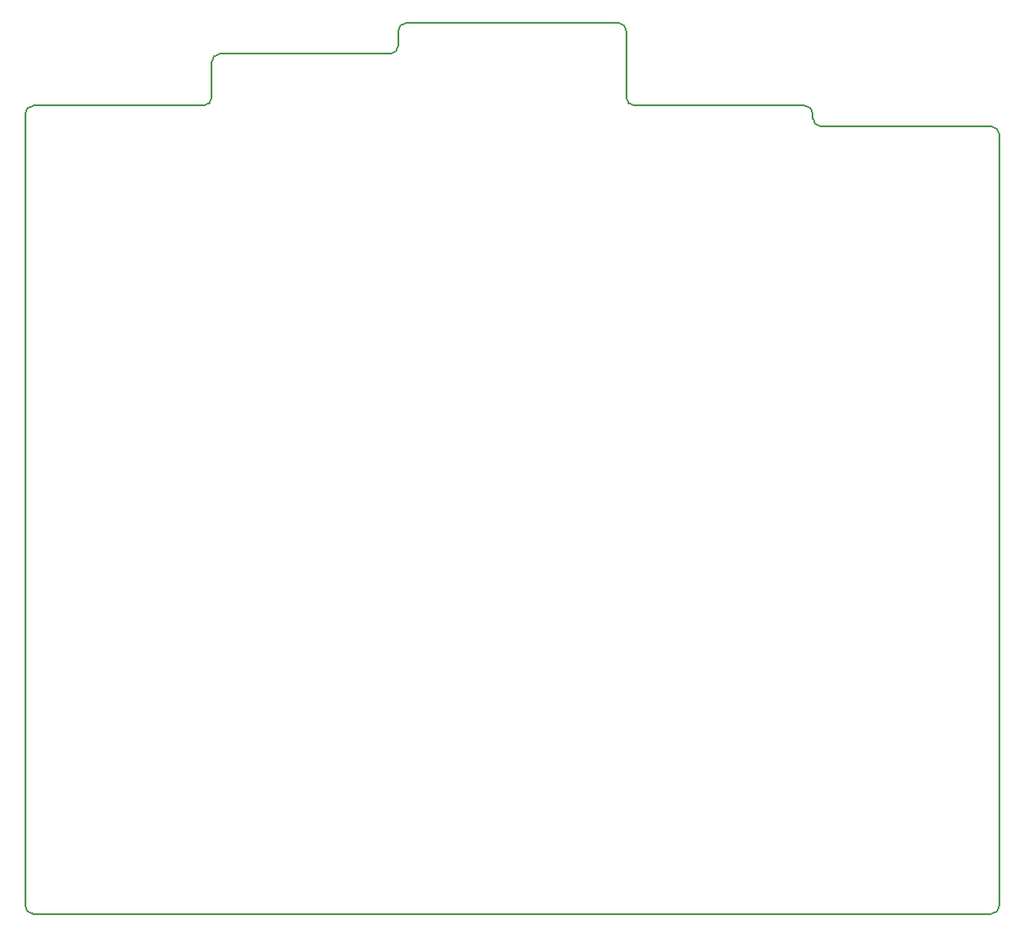
<source format=gbr>
%TF.GenerationSoftware,KiCad,Pcbnew,8.0.4*%
%TF.CreationDate,2024-08-16T23:39:30+08:00*%
%TF.ProjectId,board,626f6172-642e-46b6-9963-61645f706362,v1.0.0*%
%TF.SameCoordinates,Original*%
%TF.FileFunction,Profile,NP*%
%FSLAX46Y46*%
G04 Gerber Fmt 4.6, Leading zero omitted, Abs format (unit mm)*
G04 Created by KiCad (PCBNEW 8.0.4) date 2024-08-16 23:39:30*
%MOMM*%
%LPD*%
G01*
G04 APERTURE LIST*
%TA.AperFunction,Profile*%
%ADD10C,0.150000*%
%TD*%
G04 APERTURE END LIST*
D10*
X181200000Y-110000000D02*
X164800000Y-110000000D01*
X182000000Y-109200000D02*
G75*
G02*
X181200000Y-110000000I-800000J0D01*
G01*
X222800000Y-110000000D02*
G75*
G02*
X222000000Y-109200000I0J800000D01*
G01*
X164000000Y-110800000D02*
G75*
G02*
X164800000Y-110000000I800000J0D01*
G01*
X222000000Y-109200000D02*
X222000000Y-102800000D01*
X164800000Y-188000000D02*
G75*
G02*
X164000000Y-187200000I0J800000D01*
G01*
X164000000Y-187200000D02*
X164000000Y-110800000D01*
X182000000Y-105800000D02*
G75*
G02*
X182800000Y-105000000I800000J0D01*
G01*
X200000000Y-102800000D02*
X200000000Y-104200000D01*
X221200000Y-102000000D02*
X200800000Y-102000000D01*
X240800000Y-112000000D02*
G75*
G02*
X240000000Y-111200000I0J800000D01*
G01*
X199200000Y-105000000D02*
X182800000Y-105000000D01*
X239200000Y-110000000D02*
X222800000Y-110000000D01*
X240000000Y-111200000D02*
X240000000Y-110800000D01*
X221200000Y-102000000D02*
G75*
G02*
X222000000Y-102800000I0J-800000D01*
G01*
X258000000Y-187200000D02*
G75*
G02*
X257200000Y-188000000I-800000J0D01*
G01*
X200000000Y-102800000D02*
G75*
G02*
X200800000Y-102000000I800000J0D01*
G01*
X257200000Y-112000000D02*
G75*
G02*
X258000000Y-112800000I0J-800000D01*
G01*
X239200000Y-110000000D02*
G75*
G02*
X240000000Y-110800000I0J-800000D01*
G01*
X164800000Y-188000000D02*
X257200000Y-188000000D01*
X258000000Y-187200000D02*
X258000000Y-112800000D01*
X200000000Y-104200000D02*
G75*
G02*
X199200000Y-105000000I-800000J0D01*
G01*
X182000000Y-105800000D02*
X182000000Y-109200000D01*
X257200000Y-112000000D02*
X240800000Y-112000000D01*
M02*

</source>
